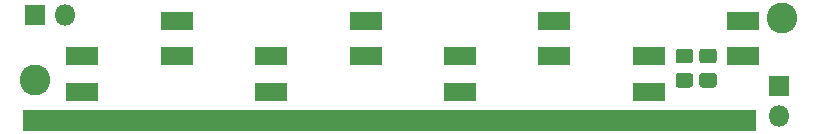
<source format=gbr>
%TF.GenerationSoftware,KiCad,Pcbnew,(5.1.6)-1*%
%TF.CreationDate,2021-04-28T12:53:02+02:00*%
%TF.ProjectId,start_leds_v1,73746172-745f-46c6-9564-735f76312e6b,rev?*%
%TF.SameCoordinates,Original*%
%TF.FileFunction,Soldermask,Top*%
%TF.FilePolarity,Negative*%
%FSLAX46Y46*%
G04 Gerber Fmt 4.6, Leading zero omitted, Abs format (unit mm)*
G04 Created by KiCad (PCBNEW (5.1.6)-1) date 2021-04-28 12:53:02*
%MOMM*%
%LPD*%
G01*
G04 APERTURE LIST*
%ADD10C,0.100000*%
%ADD11C,2.599360*%
%ADD12O,1.800000X1.800000*%
%ADD13R,1.800000X1.800000*%
%ADD14R,2.700000X1.600000*%
G04 APERTURE END LIST*
D10*
G36*
X151000000Y-65750000D02*
G01*
X89000000Y-65750000D01*
X89000000Y-64000000D01*
X151000000Y-64000000D01*
X151000000Y-65750000D01*
G37*
X151000000Y-65750000D02*
X89000000Y-65750000D01*
X89000000Y-64000000D01*
X151000000Y-64000000D01*
X151000000Y-65750000D01*
D11*
%TO.C,REF\u002A\u002A*%
X153250000Y-56250000D03*
%TD*%
%TO.C,REF\u002A\u002A*%
X90000000Y-61500000D03*
%TD*%
%TO.C,R2*%
G36*
G01*
X144521738Y-60900000D02*
X145478262Y-60900000D01*
G75*
G02*
X145750000Y-61171738I0J-271738D01*
G01*
X145750000Y-61878262D01*
G75*
G02*
X145478262Y-62150000I-271738J0D01*
G01*
X144521738Y-62150000D01*
G75*
G02*
X144250000Y-61878262I0J271738D01*
G01*
X144250000Y-61171738D01*
G75*
G02*
X144521738Y-60900000I271738J0D01*
G01*
G37*
G36*
G01*
X144521738Y-58850000D02*
X145478262Y-58850000D01*
G75*
G02*
X145750000Y-59121738I0J-271738D01*
G01*
X145750000Y-59828262D01*
G75*
G02*
X145478262Y-60100000I-271738J0D01*
G01*
X144521738Y-60100000D01*
G75*
G02*
X144250000Y-59828262I0J271738D01*
G01*
X144250000Y-59121738D01*
G75*
G02*
X144521738Y-58850000I271738J0D01*
G01*
G37*
%TD*%
%TO.C,R1*%
G36*
G01*
X146521738Y-60900000D02*
X147478262Y-60900000D01*
G75*
G02*
X147750000Y-61171738I0J-271738D01*
G01*
X147750000Y-61878262D01*
G75*
G02*
X147478262Y-62150000I-271738J0D01*
G01*
X146521738Y-62150000D01*
G75*
G02*
X146250000Y-61878262I0J271738D01*
G01*
X146250000Y-61171738D01*
G75*
G02*
X146521738Y-60900000I271738J0D01*
G01*
G37*
G36*
G01*
X146521738Y-58850000D02*
X147478262Y-58850000D01*
G75*
G02*
X147750000Y-59121738I0J-271738D01*
G01*
X147750000Y-59828262D01*
G75*
G02*
X147478262Y-60100000I-271738J0D01*
G01*
X146521738Y-60100000D01*
G75*
G02*
X146250000Y-59828262I0J271738D01*
G01*
X146250000Y-59121738D01*
G75*
G02*
X146521738Y-58850000I271738J0D01*
G01*
G37*
%TD*%
D12*
%TO.C,J2*%
X92540000Y-56000000D03*
D13*
X90000000Y-56000000D03*
%TD*%
D12*
%TO.C,J1*%
X153000000Y-64540000D03*
D13*
X153000000Y-62000000D03*
%TD*%
D14*
%TO.C,D8*%
X102000000Y-56500000D03*
X102000000Y-59500000D03*
%TD*%
%TO.C,D7*%
X94000000Y-59500000D03*
X94000000Y-62500000D03*
%TD*%
%TO.C,D6*%
X118000000Y-56500000D03*
X118000000Y-59500000D03*
%TD*%
%TO.C,D5*%
X110000000Y-59500000D03*
X110000000Y-62500000D03*
%TD*%
%TO.C,D4*%
X134000000Y-56500000D03*
X134000000Y-59500000D03*
%TD*%
%TO.C,D3*%
X126000000Y-59500000D03*
X126000000Y-62500000D03*
%TD*%
%TO.C,D2*%
X150000000Y-56500000D03*
X150000000Y-59500000D03*
%TD*%
%TO.C,D1*%
X142000000Y-59500000D03*
X142000000Y-62500000D03*
%TD*%
M02*

</source>
